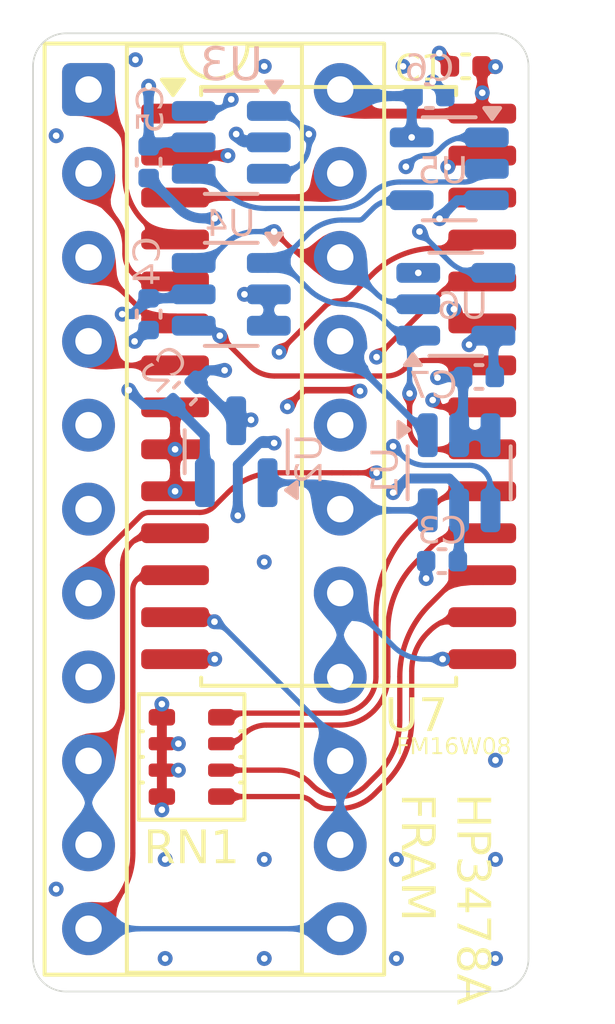
<source format=kicad_pcb>
(kicad_pcb
	(version 20241229)
	(generator "pcbnew")
	(generator_version "9.0")
	(general
		(thickness 1.6)
		(legacy_teardrops no)
	)
	(paper "A4")
	(layers
		(0 "F.Cu" signal)
		(4 "In1.Cu" power)
		(6 "In2.Cu" power)
		(2 "B.Cu" signal)
		(9 "F.Adhes" user "F.Adhesive")
		(11 "B.Adhes" user "B.Adhesive")
		(13 "F.Paste" user)
		(15 "B.Paste" user)
		(5 "F.SilkS" user "F.Silkscreen")
		(7 "B.SilkS" user "B.Silkscreen")
		(1 "F.Mask" user)
		(3 "B.Mask" user)
		(17 "Dwgs.User" user "User.Drawings")
		(19 "Cmts.User" user "User.Comments")
		(21 "Eco1.User" user "User.Eco1")
		(23 "Eco2.User" user "User.Eco2")
		(25 "Edge.Cuts" user)
		(27 "Margin" user)
		(31 "F.CrtYd" user "F.Courtyard")
		(29 "B.CrtYd" user "B.Courtyard")
		(35 "F.Fab" user)
		(33 "B.Fab" user)
		(39 "User.1" user)
		(41 "User.2" user)
		(43 "User.3" user)
		(45 "User.4" user)
	)
	(setup
		(stackup
			(layer "F.SilkS"
				(type "Top Silk Screen")
			)
			(layer "F.Paste"
				(type "Top Solder Paste")
			)
			(layer "F.Mask"
				(type "Top Solder Mask")
				(thickness 0.01)
			)
			(layer "F.Cu"
				(type "copper")
				(thickness 0.035)
			)
			(layer "dielectric 1"
				(type "prepreg")
				(thickness 0.1)
				(material "FR4")
				(epsilon_r 4.5)
				(loss_tangent 0.02)
			)
			(layer "In1.Cu"
				(type "copper")
				(thickness 0.035)
			)
			(layer "dielectric 2"
				(type "core")
				(thickness 1.24)
				(material "FR4")
				(epsilon_r 4.5)
				(loss_tangent 0.02)
			)
			(layer "In2.Cu"
				(type "copper")
				(thickness 0.035)
			)
			(layer "dielectric 3"
				(type "prepreg")
				(thickness 0.1)
				(material "FR4")
				(epsilon_r 4.5)
				(loss_tangent 0.02)
			)
			(layer "B.Cu"
				(type "copper")
				(thickness 0.035)
			)
			(layer "B.Mask"
				(type "Bottom Solder Mask")
				(thickness 0.01)
			)
			(layer "B.Paste"
				(type "Bottom Solder Paste")
			)
			(layer "B.SilkS"
				(type "Bottom Silk Screen")
			)
			(copper_finish "None")
			(dielectric_constraints no)
		)
		(pad_to_mask_clearance 0)
		(allow_soldermask_bridges_in_footprints no)
		(tenting front back)
		(pcbplotparams
			(layerselection 0x00000000_00000000_55555555_5755f5ff)
			(plot_on_all_layers_selection 0x00000000_00000000_00000000_00000000)
			(disableapertmacros no)
			(usegerberextensions no)
			(usegerberattributes yes)
			(usegerberadvancedattributes yes)
			(creategerberjobfile yes)
			(dashed_line_dash_ratio 12.000000)
			(dashed_line_gap_ratio 3.000000)
			(svgprecision 4)
			(plotframeref no)
			(mode 1)
			(useauxorigin no)
			(hpglpennumber 1)
			(hpglpenspeed 20)
			(hpglpendiameter 15.000000)
			(pdf_front_fp_property_popups yes)
			(pdf_back_fp_property_popups yes)
			(pdf_metadata yes)
			(pdf_single_document no)
			(dxfpolygonmode yes)
			(dxfimperialunits yes)
			(dxfusepcbnewfont yes)
			(psnegative no)
			(psa4output no)
			(plot_black_and_white yes)
			(sketchpadsonfab no)
			(plotpadnumbers no)
			(hidednponfab no)
			(sketchdnponfab yes)
			(crossoutdnponfab yes)
			(subtractmaskfromsilk no)
			(outputformat 1)
			(mirror no)
			(drillshape 1)
			(scaleselection 1)
			(outputdirectory "")
		)
	)
	(net 0 "")
	(net 1 "GND")
	(net 2 "+5V")
	(net 3 "/A3")
	(net 4 "/A4")
	(net 5 "/D2")
	(net 6 "/D1")
	(net 7 "/D3")
	(net 8 "/A1")
	(net 9 "/~{CE_{1}}")
	(net 10 "/A7")
	(net 11 "/CE_{2}")
	(net 12 "/A2")
	(net 13 "/A6")
	(net 14 "/A5")
	(net 15 "/OD")
	(net 16 "/D0")
	(net 17 "/A0")
	(net 18 "/R{slash}W")
	(net 19 "Net-(RN1-R1.1)")
	(net 20 "Net-(RN1-R3.1)")
	(net 21 "Net-(RN1-R2.1)")
	(net 22 "Net-(RN1-R4.1)")
	(net 23 "Net-(U1-Y)")
	(net 24 "Net-(U3-Y)")
	(net 25 "/~{CE}")
	(net 26 "/~{OE}")
	(net 27 "/~{WE}")
	(footprint "Capacitor_SMD:C_0402_1005Metric" (layer "F.Cu") (at 144.1 56 180))
	(footprint "Package_SO:SOIC-28W_7.5x17.9mm_P1.27mm" (layer "F.Cu") (at 139.95 65.685))
	(footprint "Package_DIP:DIP-22_W7.62mm_Socket" (layer "F.Cu") (at 132.68 56.7))
	(footprint "PCM_Resistor_SMD_AKL:R_Array_Convex_4x0603" (layer "F.Cu") (at 135.8 76.9 180))
	(footprint "Capacitor_SMD:C_0402_1005Metric" (layer "B.Cu") (at 135.6 65.9 45))
	(footprint "Capacitor_SMD:C_0402_1005Metric" (layer "B.Cu") (at 134.5 63.5 -90))
	(footprint "Package_TO_SOT_SMD:SOT-23-6" (layer "B.Cu") (at 137 62.9 180))
	(footprint "Package_TO_SOT_SMD:SOT-23-5" (layer "B.Cu") (at 143.8 63.2))
	(footprint "Capacitor_SMD:C_0402_1005Metric" (layer "B.Cu") (at 143 56.9))
	(footprint "Capacitor_SMD:C_0402_1005Metric" (layer "B.Cu") (at 143.38 70.975 180))
	(footprint "Capacitor_SMD:C_0402_1005Metric" (layer "B.Cu") (at 134.5 58.9 -90))
	(footprint "Package_TO_SOT_SMD:SOT-23-6" (layer "B.Cu") (at 137 58.3 180))
	(footprint "Package_TO_SOT_SMD:SOT-23" (layer "B.Cu") (at 137.15 67.6625 90))
	(footprint "Package_TO_SOT_SMD:SOT-23-6" (layer "B.Cu") (at 143.9 68.3 -90))
	(footprint "Package_TO_SOT_SMD:SOT-23-5" (layer "B.Cu") (at 143.6 59.1 180))
	(footprint "Capacitor_SMD:C_0402_1005Metric" (layer "B.Cu") (at 144.5 65.4 180))
	(gr_line
		(start 146 56)
		(end 146 83)
		(stroke
			(width 0.05)
			(type default)
		)
		(layer "Edge.Cuts")
		(uuid "1ee3c718-e88b-4a06-9058-3f71d3f57574")
	)
	(gr_arc
		(start 131 56)
		(mid 131.292893 55.292893)
		(end 132 55)
		(stroke
			(width 0.05)
			(type default)
		)
		(layer "Edge.Cuts")
		(uuid "22e54961-3981-4d83-bd37-d4a00676f833")
	)
	(gr_line
		(start 132 55)
		(end 145 55)
		(stroke
			(width 0.05)
			(type default)
		)
		(layer "Edge.Cuts")
		(uuid "715a8df0-24bf-4d82-8c94-89e078906ed1")
	)
	(gr_arc
		(start 146 83)
		(mid 145.707107 83.707107)
		(end 145 84)
		(stroke
			(width 0.05)
			(type default)
		)
		(layer "Edge.Cuts")
		(uuid "7cc75948-6824-4199-8530-f033db2d38f4")
	)
	(gr_arc
		(start 132 84)
		(mid 131.292893 83.707107)
		(end 131 83)
		(stroke
			(width 0.05)
			(type default)
		)
		(layer "Edge.Cuts")
		(uuid "9d946973-9a10-436e-b4ba-756717410c30")
	)
	(gr_arc
		(start 145 55)
		(mid 145.707107 55.292893)
		(end 146 56)
		(stroke
			(width 0.05)
			(type default)
		)
		(layer "Edge.Cuts")
		(uuid "ac6c69f1-5cfe-432b-a834-7ee698149385")
	)
	(gr_line
		(start 145 84)
		(end 132 84)
		(stroke
			(width 0.05)
			(type default)
		)
		(layer "Edge.Cuts")
		(uuid "bb14443f-8127-4eba-8aca-c7a22de155a5")
	)
	(gr_line
		(start 131 83)
		(end 131 56)
		(stroke
			(width 0.05)
			(type default)
		)
		(layer "Edge.Cuts")
		(uuid "cb9d120c-2549-432f-82dd-a8e020417e11")
	)
	(gr_text "FM16W08"
		(at 142 76.9 0)
		(layer "F.SilkS")
		(uuid "3acec5ca-60e5-46e4-ae44-ee790de96884")
		(effects
			(font
				(face "Oswald")
				(size 0.5 0.5)
				(thickness 0.1)
			)
			(justify left bottom)
		)
		(render_cache "FM16W08" 0
			(polygon
				(pts
					(xy 142.044085 76.24799) (xy 142.263202 76.24799) (xy 142.263202 76.304685) (xy 142.123189 76.304685)
					(xy 142.123189 76.493698) (xy 142.231694 76.493698) (xy 142.231694 76.549691) (xy 142.123189 76.549691)
					(xy 142.123189 76.815) (xy 142.044085 76.815)
				)
			)
			(polygon
				(pts
					(xy 142.326766 76.24799) (xy 142.404466 76.24799) (xy 142.504544 76.707899) (xy 142.605355 76.24799)
					(xy 142.682353 76.24799) (xy 142.692855 76.815) (xy 142.629139 76.815) (xy 142.622849 76.403389)
					(xy 142.526953 76.815) (xy 142.482165 76.815) (xy 142.386941 76.403389) (xy 142.380652 76.815)
					(xy 142.316263 76.815)
				)
			)
			(polygon
				(pts
					(xy 142.85488 76.345992) (xy 142.849264 76.348094) (xy 142.812504 76.355792) (xy 142.756175 76.366295)
					(xy 142.756175 76.3096) (xy 142.799507 76.296682) (xy 142.832131 76.28186) (xy 142.856097 76.265576)
					(xy 142.873076 76.24799) (xy 142.929771 76.24799) (xy 142.929771 76.815) (xy 142.85488 76.815)
				)
			)
			(polygon
				(pts
					(xy 143.22485 76.24562) (xy 143.252076 76.25266) (xy 143.274715 76.263746) (xy 143.29354 76.278795)
					(xy 143.308635 76.297606) (xy 143.319976 76.320354) (xy 143.327465 76.347819) (xy 143.330635 76.38101)
					(xy 143.331337 76.389406) (xy 143.255744 76.389406) (xy 143.253853 76.360584) (xy 143.248911 76.339881)
					(xy 143.24173 76.325354) (xy 143.230776 76.314391) (xy 143.214827 76.307336) (xy 143.192027 76.304685)
					(xy 143.1741 76.307429) (xy 143.159447 76.315378) (xy 143.147208 76.329069) (xy 143.137281 76.350196)
					(xy 143.130328 76.381351) (xy 143.127638 76.425799) (xy 143.127638 76.511894) (xy 143.14116 76.495813)
					(xy 143.160184 76.483196) (xy 143.182801 76.475443) (xy 143.210253 76.472693) (xy 143.243092 76.475727)
					(xy 143.268853 76.484075) (xy 143.289065 76.497131) (xy 143.304745 76.515039) (xy 143.316123 76.536418)
					(xy 143.324898 76.563046) (xy 143.33065 76.595992) (xy 143.332741 76.636489) (xy 143.330307 76.678555)
					(xy 143.323466 76.714317) (xy 143.312742 76.744714) (xy 143.298425 76.770547) (xy 143.279297 76.792416)
					(xy 143.255856 76.808035) (xy 143.227228 76.817803) (xy 143.192027 76.821289) (xy 143.158036 76.817813)
					(xy 143.130031 76.808005) (xy 143.106744 76.792184) (xy 143.087399 76.769845) (xy 143.072908 76.743645)
					(xy 143.062082 76.712992) (xy 143.055192 76.677117) (xy 143.052747 76.635115) (xy 143.052747 76.567887)
					(xy 143.127638 76.567887) (xy 143.127638 76.652609) (xy 143.129554 76.684625) (xy 143.134775 76.710004)
					(xy 143.14269 76.729972) (xy 143.154904 76.746142) (xy 143.170927 76.755647) (xy 143.192027 76.759007)
					(xy 143.213643 76.755651) (xy 143.229882 76.746218) (xy 143.242096 76.730308) (xy 143.250036 76.710584)
					(xy 143.255244 76.685755) (xy 143.257148 76.654685) (xy 143.256153 76.6142) (xy 143.253637 76.586816)
					(xy 143.247327 76.56342) (xy 143.236143 76.545508) (xy 143.225704 76.536944) (xy 143.211422 76.531431)
					(xy 143.192027 76.529388) (xy 143.171453 76.532249) (xy 143.153894 76.540593) (xy 143.139014 76.55311)
					(xy 143.127638 76.567887) (xy 143.052747 76.567887) (xy 143.052747 76.443995) (xy 143.05508 76.397315)
					(xy 143.061588 76.358076) (xy 143.07167 76.325195) (xy 143.084926 76.297724) (xy 143.099299 76.278296)
					(xy 143.116669 76.263342) (xy 143.137418 76.252433) (xy 143.162229 76.245553) (xy 143.192027 76.243105)
				)
			)
			(polygon
				(pts
					(xy 143.389039 76.24799) (xy 143.454863 76.24799) (xy 143.51574 76.655387) (xy 143.592066 76.250096)
					(xy 143.648059 76.250096) (xy 143.725056 76.657493) (xy 143.78456 76.24799) (xy 143.848948 76.24799)
					(xy 143.757937 76.815) (xy 143.70054 76.815) (xy 143.621467 76.394993) (xy 143.54166 76.815) (xy 143.481454 76.815)
				)
			)
			(polygon
				(pts
					(xy 144.090016 76.246218) (xy 144.118405 76.254903) (xy 144.141591 76.268641) (xy 144.16048 76.287557)
					(xy 144.174916 76.310411) (xy 144.18573 76.337782) (xy 144.192655 76.370534) (xy 144.195132 76.409709)
					(xy 144.195132 76.654013) (xy 144.192651 76.692751) (xy 144.185687 76.725401) (xy 144.174763 76.752938)
					(xy 144.160114 76.776165) (xy 144.141021 76.795447) (xy 144.117795 76.809385) (xy 144.089579 76.818156)
					(xy 144.05512 76.821289) (xy 144.020709 76.818142) (xy 143.992438 76.809318) (xy 143.969078 76.795269)
					(xy 143.94979 76.775799) (xy 143.934953 76.752378) (xy 143.923929 76.72481) (xy 143.916925 76.692331)
					(xy 143.914436 76.654013) (xy 143.914436 76.409709) (xy 143.91448 76.409007) (xy 143.990029 76.409007)
					(xy 143.990029 76.654685) (xy 143.992584 76.692177) (xy 143.999254 76.718875) (xy 144.008943 76.737394)
					(xy 144.021192 76.749741) (xy 144.03627 76.757115) (xy 144.05512 76.759709) (xy 144.073727 76.75713)
					(xy 144.088631 76.749789) (xy 144.100762 76.737475) (xy 144.110374 76.71897) (xy 144.116999 76.692249)
					(xy 144.119539 76.654685) (xy 144.119539 76.409007) (xy 144.117778 76.376885) (xy 144.11302 76.351781)
					(xy 144.105892 76.332376) (xy 144.094446 76.31685) (xy 144.078102 76.307443) (xy 144.05512 76.304013)
					(xy 144.032139 76.307434) (xy 144.015668 76.316838) (xy 144.004012 76.332376) (xy 143.996702 76.351803)
					(xy 143.991831 76.376908) (xy 143.990029 76.409007) (xy 143.91448 76.409007) (xy 143.916914 76.370534)
					(xy 143.923839 76.337782) (xy 143.934652 76.310411) (xy 143.949088 76.287557) (xy 143.967975 76.268673)
					(xy 143.991254 76.254932) (xy 144.019856 76.246229) (xy 144.05512 76.243105)
				)
			)
			(polygon
				(pts
					(xy 144.443374 76.245845) (xy 144.470134 76.253453) (xy 144.491827 76.26538) (xy 144.509351 76.281604)
					(xy 144.522924 76.301537) (xy 144.533069 76.325576) (xy 144.539567 76.354532) (xy 144.541896 76.389406)
					(xy 144.539926 76.419405) (xy 144.534418 76.44445) (xy 144.525806 76.465366) (xy 144.513572 76.484369)
					(xy 144.498048 76.501231) (xy 144.478912 76.516107) (xy 144.500316 76.532039) (xy 144.517679 76.549967)
					(xy 144.531393 76.570024) (xy 144.541022 76.592238) (xy 144.547319 76.620248) (xy 144.54962 76.655387)
					(xy 144.547207 76.695907) (xy 144.540533 76.729105) (xy 144.530248 76.756207) (xy 144.516708 76.778241)
					(xy 144.498728 76.796306) (xy 144.475822 76.809624) (xy 144.446873 76.818181) (xy 144.41031 76.821289)
					(xy 144.373329 76.81819) (xy 144.34415 76.809678) (xy 144.321163 76.796467) (xy 144.30321 76.778607)
					(xy 144.289705 76.756744) (xy 144.279417 76.729673) (xy 144.272724 76.696315) (xy 144.270381 76.656791)
					(xy 144.341708 76.656791) (xy 144.34367 76.689803) (xy 144.348929 76.715069) (xy 144.35676 76.734155)
					(xy 144.369007 76.749185) (xy 144.386263 76.75841) (xy 144.41031 76.761785) (xy 144.433866 76.758423)
					(xy 144.450781 76.749217) (xy 144.462792 76.734155) (xy 144.47044 76.715093) (xy 144.475587 76.689827)
					(xy 144.477507 76.656791) (xy 144.475543 76.626758) (xy 144.47012 76.602363) (xy 144.461754 76.582602)
					(xy 144.449112 76.566646) (xy 144.432401 76.55696) (xy 144.41031 76.553202) (xy 144.387733 76.556976)
					(xy 144.370678 76.566682) (xy 144.357798 76.582602) (xy 144.349246 76.602386) (xy 144.343711 76.62678)
					(xy 144.341708 76.656791) (xy 144.270381 76.656791) (xy 144.270298 76.655387) (xy 144.272566 76.619737)
					(xy 144.278751 76.591516) (xy 144.288158 76.569322) (xy 144.301703 76.549322) (xy 144.318949 76.531634)
					(xy 144.340304 76.516107) (xy 144.317709 76.497675) (xy 144.300393 76.476291) (xy 144.287871 76.451583)
					(xy 144.280065 76.42291) (xy 144.27732 76.389406) (xy 144.277604 76.385193) (xy 144.350806 76.385193)
					(xy 144.352465 76.413005) (xy 144.357044 76.435705) (xy 144.364087 76.454161) (xy 144.37507 76.469136)
					(xy 144.390045 76.478227) (xy 144.41031 76.481791) (xy 144.429943 76.478225) (xy 144.445117 76.468466)
					(xy 144.456928 76.451641) (xy 144.465172 76.425164) (xy 144.468409 76.385193) (xy 144.466698 76.360271)
					(xy 144.461996 76.340287) (xy 144.454762 76.324316) (xy 144.443946 76.311627) (xy 144.429534 76.303958)
					(xy 144.41031 76.301204) (xy 144.391054 76.303942) (xy 144.376385 76.311605) (xy 144.365156 76.324316)
					(xy 144.357532 76.340336) (xy 144.352598 76.36032) (xy 144.350806 76.385193) (xy 144.277604 76.385193)
					(xy 144.27967 76.354554) (xy 144.286228 76.325606) (xy 144.296475 76.301559) (xy 144.310201 76.281604)
					(xy 144.327893 76.265399) (xy 144.349811 76.253468) (xy 144.376867 76.24585) (xy 144.41031 76.243105)
				)
			)
		)
	)
	(gr_text "HP3478A\nFRAM"
		(at 142 78 -90)
		(layer "F.SilkS")
		(uuid "8e5d2c95-ce40-4e00-a772-8b6a1ade32f9")
		(effects
			(font
				(face "Oswald")
				(size 1 1)
				(thickness 0.1)
			)
			(justify left bottom)
		)
		(render_cache "HP3478A\nFRAM" 270
			(polygon
				(pts
					(xy 144.984019 78.088171) (xy 144.984019 78.246379) (xy 144.494007 78.246379) (xy 144.494007 78.537578)
					(xy 144.984019 78.537578) (xy 144.984019 78.695786) (xy 143.85 78.695786) (xy 143.85 78.537578)
					(xy 144.380617 78.537578) (xy 144.380617 78.246379) (xy 143.85 78.246379) (xy 143.85 78.088171)
				)
			)
			(polygon
				(pts
					(xy 144.984019 79.154108) (xy 144.978181 79.227724) (xy 144.962164 79.285894) (xy 144.937415 79.331738)
					(xy 144.904213 79.367576) (xy 144.863062 79.394943) (xy 144.811875 79.415722) (xy 144.74852 79.429232)
					(xy 144.670411 79.434132) (xy 144.601089 79.429087) (xy 144.543319 79.414954) (xy 144.495085 79.392733)
					(xy 144.454806 79.362691) (xy 144.42227 79.3247) (xy 144.398387 79.278705) (xy 144.38323 79.223049)
					(xy 144.377808 79.155512) (xy 144.377808 79.103733) (xy 144.491198 79.103733) (xy 144.495599 79.169567)
					(xy 144.506585 79.212177) (xy 144.527586 79.245283) (xy 144.559769 79.267498) (xy 144.602098 79.279462)
					(xy 144.669007 79.284289) (xy 144.749992 79.28054) (xy 144.796379 79.271711) (xy 144.82111 79.260402)
					(xy 144.839947 79.244018) (xy 144.853777 79.222008) (xy 144.865635 79.179333) (xy 144.870629 79.105137)
					(xy 144.870629 79.030887) (xy 144.491198 79.030887) (xy 144.491198 79.103733) (xy 144.377808 79.103733)
					(xy 144.377808 79.030887) (xy 143.85 79.030887) (xy 143.85 78.872679) (xy 144.984019 78.872679)
				)
			)
			(polygon
				(pts
					(xy 143.837421 79.788895) (xy 143.842811 79.721291) (xy 143.857855 79.665751) (xy 143.881515 79.620013)
					(xy 143.913686 79.582388) (xy 143.953596 79.552706) (xy 144.001572 79.530708) (xy 144.059229 79.516692)
					(xy 144.12862 79.51168) (xy 144.166416 79.51168) (xy 144.166416 79.660057) (xy 144.141198 79.660057)
					(xy 144.083579 79.665312) (xy 144.040218 79.675755) (xy 144.008147 79.69016) (xy 143.983367 79.712126)
					(xy 143.967779 79.743842) (xy 143.961985 79.788895) (xy 143.968506 79.836175) (xy 143.986115 79.869186)
					(xy 144.014497 79.891782) (xy 144.050739 79.90574) (xy 144.101419 79.915396) (xy 144.170629 79.919077)
					(xy 144.233384 79.914609) (xy 144.282112 79.902493) (xy 144.319678 79.884089) (xy 144.349556 79.856846)
					(xy 144.369453 79.82001) (xy 144.379213 79.770699) (xy 144.380617 79.749694) (xy 144.530399 79.749694)
					(xy 144.530399 79.769295) (xy 144.537146 79.820982) (xy 144.551565 79.858026) (xy 144.572409 79.884089)
					(xy 144.600853 79.90205) (xy 144.642672 79.914344) (xy 144.70259 79.919077) (xy 144.758255 79.915367)
					(xy 144.799398 79.905543) (xy 144.829291 79.89105) (xy 144.851943 79.868987) (xy 144.866498 79.836684)
					(xy 144.871973 79.7903) (xy 144.866132 79.744296) (xy 144.85049 79.712174) (xy 144.82575 79.69016)
					(xy 144.793685 79.675833) (xy 144.749544 79.665358) (xy 144.690012 79.660057) (xy 144.666198 79.660057)
					(xy 144.666198 79.51168) (xy 144.703995 79.51168) (xy 144.773407 79.516703) (xy 144.830922 79.530735)
					(xy 144.878636 79.552731) (xy 144.918196 79.582388) (xy 144.949995 79.61996) (xy 144.973456 79.665871)
					(xy 144.988417 79.721875) (xy 144.993789 79.7903) (xy 144.988373 79.858673) (xy 144.973284 79.914649)
					(xy 144.949601 79.960558) (xy 144.917463 79.99815) (xy 144.877582 80.02783) (xy 144.829628 80.049828)
					(xy 144.771983 80.063846) (xy 144.70259 80.068859) (xy 144.637568 80.063559) (xy 144.584164 80.04876)
					(xy 144.540169 80.025444) (xy 144.502737 79.992995) (xy 144.474477 79.95372) (xy 144.454806 79.906498)
					(xy 144.433562 79.953898) (xy 144.401773 79.993445) (xy 144.358208 80.026177) (xy 144.30791 80.048925)
					(xy 144.24622 80.063573) (xy 144.170629 80.068859) (xy 144.090572 80.063938) (xy 144.024401 80.050262)
					(xy 143.969822 80.029058) (xy 143.924921 80.000959) (xy 143.887931 79.963935) (xy 143.860872 79.917723)
					(xy 143.843636 79.860324)
				)
			)
			(polygon
				(pts
					(xy 144.984019 80.474363) (xy 144.984019 80.650767) (xy 144.286828 80.650767) (xy 144.286828 80.77814)
					(xy 144.153777 80.77814) (xy 144.153777 80.650767) (xy 143.85 80.650767) (xy 143.85 80.507946)
					(xy 144.153777 80.507946) (xy 144.286828 80.507946) (xy 144.801997 80.507946) (xy 144.286828 80.323176)
					(xy 144.286828 80.507946) (xy 144.153777 80.507946) (xy 144.153777 80.178951) (xy 144.31058 80.178951)
				)
			)
			(polygon
				(pts
					(xy 144.866416 81.133635) (xy 144.866416 80.829797) (xy 144.984019 80.829797) (xy 144.984019 81.283417)
					(xy 144.911174 81.283417) (xy 143.85 81.073429) (xy 143.85 80.929204)
				)
			)
			(polygon
				(pts
					(xy 144.240524 81.4138) (xy 144.296966 81.42617) (xy 144.341355 81.444984) (xy 144.381354 81.472073)
					(xy 144.41673 81.506565) (xy 144.447784 81.549275) (xy 144.484648 81.504085) (xy 144.527417 81.469454)
					(xy 144.576832 81.444409) (xy 144.634179 81.428798) (xy 144.701186 81.423307) (xy 144.77089 81.428007)
					(xy 144.828787 81.441124) (xy 144.876881 81.461618) (xy 144.916791 81.48907) (xy 144.949201 81.524454)
					(xy 144.973062 81.568289) (xy 144.988298 81.622402) (xy 144.993789 81.689288) (xy 144.988308 81.755415)
					(xy 144.973092 81.808936) (xy 144.949238 81.852321) (xy 144.916791 81.887369) (xy 144.876925 81.914516)
					(xy 144.828847 81.934805) (xy 144.770935 81.947801) (xy 144.701186 81.952459) (xy 144.641189 81.948519)
					(xy 144.591099 81.937504) (xy 144.549267 81.92028) (xy 144.511261 81.895811) (xy 144.477537 81.864764)
					(xy 144.447784 81.826491) (xy 144.415921 81.8693) (xy 144.380065 81.904025) (xy 144.339951 81.931454)
					(xy 144.295522 81.950711) (xy 144.239502 81.963307) (xy 144.169225 81.967908) (xy 144.088184 81.963082)
					(xy 144.021788 81.949735) (xy 143.967584 81.929163) (xy 143.923517 81.902084) (xy 143.887387 81.866124)
					(xy 143.860751 81.820312) (xy 143.843637 81.762413) (xy 143.837421 81.689288) (xy 143.956428 81.689288)
					(xy 143.963152 81.7364) (xy 143.981565 81.770229) (xy 144.011688 81.794251) (xy 144.049813 81.809549)
					(xy 144.100344 81.819841) (xy 144.166416 81.823682) (xy 144.226482 81.819754) (xy 144.275272 81.808908)
					(xy 144.314794 81.792175) (xy 144.346706 81.766891) (xy 144.366078 81.733469) (xy 144.373595 81.689288)
					(xy 144.516416 81.689288) (xy 144.523549 81.728554) (xy 144.543066 81.758901) (xy 144.576716 81.782523)
					(xy 144.629671 81.799011) (xy 144.709612 81.805486) (xy 144.759456 81.802064) (xy 144.799425 81.792659)
					(xy 144.831367 81.778192) (xy 144.856745 81.75656) (xy 144.872082 81.727735) (xy 144.87759 81.689288)
					(xy 144.872115 81.650777) (xy 144.856789 81.621438) (xy 144.831367 81.598979) (xy 144.799326 81.583732)
					(xy 144.759358 81.573863) (xy 144.709612 81.57028) (xy 144.653988 81.573598) (xy 144.608589 81.582755)
					(xy 144.571676 81.596842) (xy 144.541727 81.618808) (xy 144.523545 81.648758) (xy 144.516416 81.689288)
					(xy 144.373595 81.689288) (xy 144.366046 81.644133) (xy 144.346635 81.610024) (xy 144.314794 81.584263)
					(xy 144.275226 81.567159) (xy 144.226438 81.55609) (xy 144.166416 81.552084) (xy 144.100392 81.556007)
					(xy 144.04986 81.566526) (xy 144.011688 81.582187) (xy 143.981628 81.606681) (xy 143.963178 81.641194)
					(xy 143.956428 81.689288) (xy 143.837421 81.689288) (xy 143.843618 81.615325) (xy 143.860642 81.556968)
					(xy 143.887064 81.510994) (xy 143.922784 81.475087) (xy 143.96651 81.448077) (xy 144.020653 81.427503)
					(xy 144.087369 81.414115) (xy 144.169225 81.409263)
				)
			)
			(polygon
				(pts
					(xy 144.984019 82.305207) (xy 144.984019 82.457798) (xy 143.85 82.700026) (xy 143.85 82.550244)
					(xy 144.13558 82.498403) (xy 144.13558 82.477398) (xy 144.24897 82.477398) (xy 144.759987 82.382205)
					(xy 144.24897 82.288415) (xy 144.24897 82.477398) (xy 144.13558 82.477398) (xy 144.13558 82.267411)
					(xy 143.85 82.212822) (xy 143.85 82.064445)
				)
			)
			(polygon
				(pts
					(xy 143.304019 78.088171) (xy 143.304019 78.526404) (xy 143.190629 78.526404) (xy 143.190629 78.246379)
					(xy 142.812602 78.246379) (xy 142.812602 78.463389) (xy 142.700617 78.463389) (xy 142.700617 78.246379)
					(xy 142.17 78.246379) (xy 142.17 78.088171)
				)
			)
			(polygon
				(pts
					(xy 143.304019 78.86352) (xy 143.298642 78.951514) (xy 143.284032 79.020691) (xy 143.261941 79.074606)
					(xy 143.233311 79.116189) (xy 143.19552 79.149358) (xy 143.146477 79.17438) (xy 143.083479 79.190731)
					(xy 143.00299 79.196728) (xy 142.926663 79.191738) (xy 142.866761 79.178162) (xy 142.82013 79.157558)
					(xy 142.784222 79.130681) (xy 142.757261 79.0974) (xy 142.738414 79.056716) (xy 142.17 79.217733)
					(xy 142.17 79.065081) (xy 142.702021 78.916704) (xy 142.702021 78.853689) (xy 142.815411 78.853689)
					(xy 142.820879 78.920878) (xy 142.835116 78.967891) (xy 142.856017 78.999991) (xy 142.886429 79.022541)
					(xy 142.933266 79.038038) (xy 143.00299 79.044077) (xy 143.069057 79.039709) (xy 143.112899 79.028689)
					(xy 143.147466 79.007413) (xy 143.1717 78.974101) (xy 143.185255 78.930453) (xy 143.190629 78.86352)
					(xy 143.190629 78.793483) (xy 142.815411 78.793483) (xy 142.815411 78.853689) (xy 142.702021 78.853689)
					(xy 142.702021 78.793483) (xy 142.17 78.793483) (xy 142.17 78.635275) (xy 143.304019 78.635275)
				)
			)
			(polygon
				(pts
					(xy 143.304019 79.540378) (xy 143.304019 79.692969) (xy 142.17 79.935197) (xy 142.17 79.785415)
					(xy 142.45558 79.733574) (xy 142.45558 79.712569) (xy 142.56897 79.712569) (xy 143.079987 79.617376)
					(xy 142.56897 79.523586) (xy 142.56897 79.712569) (xy 142.45558 79.712569) (xy 142.45558 79.502581)
					(xy 142.17 79.447993) (xy 142.17 79.299616)
				)
			)
			(polygon
				(pts
					(xy 143.304019 80.068187) (xy 143.304019 80.223586) (xy 142.3842 80.423743) (xy 143.304019 80.625366)
					(xy 143.304019 80.779361) (xy 142.17 80.800366) (xy 142.17 80.672932) (xy 142.99322 80.660354)
					(xy 142.17 80.468562) (xy 142.17 80.378986) (xy 142.99322 80.188538) (xy 142.17 80.175959) (xy 142.17 80.047182)
				)
			)
		)
	)
	(segment
		(start 144.08 63.78)
		(end 144.6 63.78)
		(width 0.3)
		(layer "F.Cu")
		(net 1)
		(uuid "275056de-2b05-4ec0-a7c9-9afa1ca85a5a")
	)
	(segment
		(start 136.5 73.94)
		(end 135.3 73.94)
		(width 0.3)
		(layer "F.Cu")
		(net 1)
		(uuid "3acaa018-6a88-4b68-9f04-ad2cdce2f278")
	)
	(segment
		(start 143.62 56)
		(end 143.62 55.92)
		(width 0.3)
		(layer "F.Cu")
		(net 1)
		(uuid "4ec10f43-ade4-488b-968e-43a8fc23ed67")
	)
	(segment
		(start 134.9 75.3)
		(end 134.9 78.5)
		(width 0.3)
		(layer "F.Cu")
		(net 1)
		(uuid "7caad79e-7013-4da1-94d8-59fc08fbf0d2")
	)
	(segment
		(start 143.74 63.35)
		(end 143.74 63.44)
		(width 0.3)
		(layer "F.Cu")
		(net 1)
		(uuid "817a63bc-cd93-493c-9111-38f2bfbcab23")
	)
	(segment
		(start 143.74 63.44)
		(end 144.08 63.78)
		(width 0.3)
		(layer "F.Cu")
		(net 1)
		(uuid "83105b3a-15e9-4974-81ea-132159d2cb2e")
	)
	(segment
		(start 135.3 67.59)
		(end 135.3 68.86)
		(width 0.3)
		(layer "F.Cu")
		(net 1)
		(uuid "a38d1ad0-d16d-4be5-bd98-db5b4381cc8a")
	)
	(segment
		(start 135.3 67.7)
		(end 135.3 66.32)
		(width 0.3)
		(layer "F.Cu")
		(net 1)
		(uuid "b31fdd41-57a1-4d74-9ea0-594f48e5d60b")
	)
	(segment
		(start 143.62 55.92)
		(end 143.3 55.6)
		(width 0.3)
		(layer "F.Cu")
		(net 1)
		(uuid "b70579f5-a885-4cfd-b8db-fba01801d6cc")
	)
	(segment
		(start 135.3 58.7)
		(end 136.9 58.7)
		(width 0.3)
		(layer "F.Cu")
		(net 1)
		(uuid "b8c86622-20b6-481e-b678-3be86403eb71")
	)
	(via
		(at 131.7 80.9)
		(size 0.45)
		(drill 0.2)
		(layers "F.Cu" "B.Cu")
		(free yes)
		(teardrops
			(best_length_ratio 0.5)
			(max_length 1)
			(best_width_ratio 1)
			(max_width 2)
			(curved_edges yes)
			(filter_ratio 0.9)
			(enabled yes)
			(allow_two_segments yes)
			(prefer_zone_connections yes)
		)
		(net 1)
		(uuid "02a4b35c-8379-4620-afef-6bc4f5e33456")
	)
	(via
		(at 134.1 55.8)
		(size 0.45)
		(drill 0.2)
		(layers "F.Cu" "B.Cu")
		(free yes)
		(teardrops
			(best_length_ratio 0.5)
			(max_length 1)
			(best_width_ratio 1)
			(max_width 2)
			(curved_edges yes)
			(filter_ratio 0.9)
			(enabled yes)
			(allow_two_segments yes)
			(prefer_zone_connections yes)
		)
		(net 1)
		(uuid "117eca38-06ca-4e3b-86de-a351addb4c48")
	)
	(via
		(at 145 80)
		(size 0.45)
		(drill 0.2)
		(layers "F.Cu" "B.Cu")
		(free yes)
		(teardrops
			(best_length_ratio 0.5)
			(max_length 1)
			(best_width_ratio 1)
			(max_width 2)
			(curved_edges yes)
			(filter_ratio 0.9)
			(enabled yes)
			(allow_two_segments yes)
			(prefer_zone_connections yes)
		)
		(net 1)
		(uuid "1515bf89-7a0c-4a71-a051-d2d423f490d2")
	)
	(via
		(at 135 83)
		(size 0.45)
		(drill 0.2)
		(layers "F.Cu" "B.Cu")
		(free yes)
		(teardrops
			(best_length_ratio 0.5)
			(max_length 1)
			(best_width_ratio 1)
			(max_width 2)
			(curved_edges yes)
			(filter_ratio 0.9)
			(enabled yes)
			(allow_two_segments yes)
			(prefer_zone_connections yes)
		)
		(net 1)
		(uuid "157cdc8e-76d0-4a0e-a063-155c22367e3f")
	)
	(via
		(at 135.4 77.3)
		(size 0.45)
		(drill 0.2)
		(layers "F.Cu" "B.Cu")
		(free yes)
		(teardrops
			(best_length_ratio 0.5)
			(max_length 1)
			(best_width_ratio 1)
			(max_width 2)
			(curved_edges yes)
			(filter_ratio 0.9)
			(enabled yes)
			(allow_two_segments yes)
			(prefer_zone_connections yes)
		)
		(net 1)
		(uuid "17a28c34-c0ca-40ea-81b7-850eca7b140f")
	)
	(via
		(at 138 56)
		(size 0.45)
		(drill 0.2)
		(layers "F.Cu" "B.Cu")
		(free yes)
		(teardrops
			(best_length_ratio 0.5)
			(max_length 1)
			(best_width_ratio 1)
			(max_width 2)
			(curved_edges yes)
			(filter_ratio 0.9)
			(enabled yes)
			(allow_two_segments yes)
			(prefer_zone_connections yes)
		)
		(net 1)
		(uuid "1c502c23-f64b-425e-ac6d-d55c655019b5")
	)
	(via
		(at 142.6625 62.25)
		(size 0.45)
		(drill 0.2)
		(layers "F.Cu" "B.Cu")
		(teardrops
			(best_length_ratio 0.5)
			(max_length 1)
			(best_width_ratio 1)
			(max_width 2)
			(curved_edges yes)
			(filter_ratio 0.9)
			(enabled yes)
			(allow_two_segments yes)
			(prefer_zone_connections yes)
		)
		(net 1)
		(uuid "1d5c92b7-eb7c-4c8e-bf7b-33d4bcc9f89f")
	)
	(via
		(at 143.3 55.6)
		(size 0.45)
		(drill 0.2)
		(layers "F.Cu" "B.Cu")
		(teardrops
			(best_length_ratio 0.5)
			(max_length 1)
			(best_width_ratio 1)
			(max_width 2)
			(curved_edges yes)
			(filter_ratio 0.9)
			(enabled yes)
			(allow_two_segments yes)
			(prefer_zone_connections yes)
		)
		(net 1)
		(uuid "2c60c7b8-f430-42c3-a661-ea4a1da1d46d")
	)
	(via
		(at 145 77)
		(size 0.45)
		(drill 0.2)
		(layers "F.Cu" "B.Cu")
		(free yes)
		(teardrops
			(best_length_ratio 0.5)
			(max_length 1)
			(best_width_ratio 1)
			(max_width 2)
			(curved_edges yes)
			(filter_ratio 0.9)
			(enabled yes)
			(allow_two_segments yes)
			(prefer_zone_connections yes)
		)
		(net 1)
		(uuid "2ffe48aa-fa93-491c-a6eb-c7e1c61f29c4")
	)
	(via
		(at 143.100978 56.462993)
		(size 0.45)
		(drill 0.2)
		(layers "F.Cu" "B.Cu")
		(teardrops
			(best_length_ratio 0.5)
			(max_length 1)
			(best_width_ratio 1)
			(max_width 2)
			(curved_edges yes)
			(filter_ratio 0.9)
			(enabled yes)
			(allow_two_segments yes)
			(prefer_zone_connections yes)
		)
		(net 1)
		(uuid "45a40915-a23c-425c-8918-1f9d27e5732b")
	)
	(via
		(at 138 80)
		(size 0.45)
		(drill 0.2)
		(layers "F.Cu" "B.Cu")
		(free yes)
		(teardrops
			(best_length_ratio 0.5)
			(max_length 1)
			(best_width_ratio 1)
			(max_width 2)
			(curved_edges yes)
			(filter_ratio 0.9)
			(enabled yes)
			(allow_two_segments yes)
			(prefer_zone_connections yes)
		)
		(net 1)
		(uuid "48979c3d-04cc-4f4a-b60c-e8022a221da1")
	)
	(via
		(at 135.4 76.5)
		(size 0.45)
		(drill 0.2)
		(layers "F.Cu" "B.Cu")
		(free yes)
		(teardrops
			(best_length_ratio 0.5)
			(max_length 1)
			(best_width_ratio 1)
			(max_width 2)
			(curved_edges yes)
			(filter_ratio 0.9)
			(enabled yes)
			(allow_two_segments yes)
			(prefer_zone_connections yes)
		)
		(net 1)
		(uuid "4a7689f9-ffb7-46d9-8949-a812fc38a519")
	)
	(via
		(at 143.74 63.35)
		(size 0.45)
		(drill 0.2)
		(layers "F.Cu" "B.Cu")
		(teardrops
			(best_length_ratio 0.5)
			(max_length 1)
			(best_width_ratio 1)
			(max_width 2)
			(curved_edges yes)
			(filter_ratio 0.9)
			(enabled yes)
			(allow_two_segments yes)
			(prefer_zone_connections yes)
		)
		(net 1)
		(uuid "55dfb021-4e8e-4be7-850b-02a1347d41ae")
	)
	(via
		(at 143.306798 60.609149)
		(size 0.45)
		(drill 0.2)
		(layers "F.Cu" "B.Cu")
		(teardrops
			(best_length_ratio 0.5)
			(max_length 1)
			(best_width_ratio 1)
			(max_width 2)
			(curved_edges yes)
			(filter_ratio 0.9)
			(enabled yes)
			(allow_two_segments yes)
			(prefer_zone_connections yes)
		)
		(net 1)
		(uuid "6d0397ca-999d-4630-b784-02492e3a8462")
	)
	(via
		(at 136.8 65.2)
		(size 0.45)
		(drill 0.2)
		(layers "F.Cu" "B.Cu")
		(teardrops
			(best_length_ratio 0.5)
			(max_length 1)
			(best_width_ratio 1)
			(max_width 2)
			(curved_edges yes)
			(filter_ratio 0.9)
			(enabled yes)
			(allow_two_segments yes)
			(prefer_zone_connections yes)
		)
		(net 1)
		(uuid "6ec8c139-7904-4f3b-a312-ed26a0879248")
	)
	(via
		(at 142 83)
		(size 0.45)
		(drill 0.2)
		(layers "F.Cu" "B.Cu")
		(free yes)
		(teardrops
			(best_length_ratio 0.5)
			(max_length 1)
			(best_width_ratio 1)
			(max_width 2)
			(curved_edges yes)
			(filter_ratio 0.9)
			(enabled yes)
			(allow_two_segments yes)
			(prefer_zone_connections yes)
		)
		(net 1)
		(uuid "72d6161c-2c68-4639-8747-a74eed7fb3b2")
	)
	(via
		(at 134.9 78.5)
		(size 0.45)
		(drill 0.2)
		(layers "F.Cu" "B.Cu")
		(teardrops
			(best_length_ratio 0.5)
			(max_length 1)
			(best_width_ratio 1)
			(max_width 2)
			(curved_edges yes)
			(filter_ratio 0.9)
			(enabled yes)
			(allow_two_segments yes)
			(prefer_zone_connections yes)
		)
		(net 1)
		(uuid "74c60ebe-0a1c-46df-a670-3e063db78bc4")
	)
	(via
		(at 135.3 67.59)
		(size 0.45)
		(drill 0.2)
		(layers "F.Cu" "B.Cu")
		(teardrops
			(best_length_ratio 0.5)
			(max_length 1)
			(best_width_ratio 1)
			(max_width 2)
			(curved_edges yes)
			(filter_ratio 0.9)
			(enabled yes)
			(allow_two_segments yes)
			(prefer_zone_connections yes)
		)
		(net 1)
		(uuid "763164e9-db60-4441-b93e-2caf24dd0b7e")
	)
	(via
		(at 135.3 68.86)
		(size 0.45)
		(drill 0.2)
		(layers "F.Cu" "B.Cu")
		(teardrops
			(best_length_ratio 0.5)
			(max_length 1)
			(best_width_ratio 1)
			(max_width 2)
			(curved_edges yes)
			(filte
... [572519 chars truncated]
</source>
